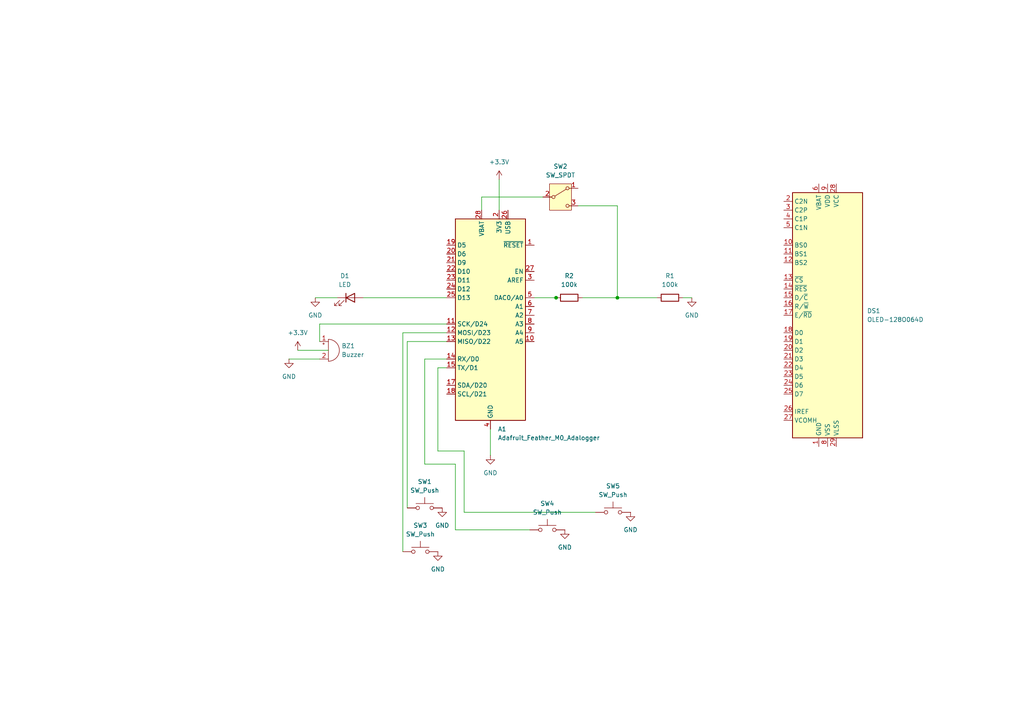
<source format=kicad_sch>
(kicad_sch (version 20250114) (generator "eeschema") (generator_version "9.0")
  (paper "A4")
  (lib_symbols
    (symbol "Device:Buzzer" (pin_names (offset 0.0254) (hide yes))
      (property "Reference" "BZ" (at 3.81 1.27 0))
      (property "Value" "Buzzer" (at 3.81 -1.27 0))
      (symbol "Buzzer_0_1"
        (polyline (pts (xy -1.651 1.905) (xy -1.143 1.905)))
        (polyline (pts (xy -1.397 2.159) (xy -1.397 1.651)))
        (arc (start 0 3.175) (mid 3.1612 0) (end 0 -3.175))
        (polyline (pts (xy 0 3.175) (xy 0 -3.175)))
      )
      (symbol "Buzzer_1_1"
        (pin passive line (at -2.54 2.54 0) (length 2.54) (name "+") (number "1"))
        (pin passive line (at -2.54 -2.54 0) (length 2.54) (name "-") (number "2"))
      )
    )
    (symbol "Device:LED" (pin_numbers (hide yes)) (pin_names (offset 1.016) (hide yes))
      (property "Reference" "D" (at 0 2.54 0))
      (property "Value" "LED" (at 0 -2.54 0))
      (symbol "LED_0_1"
        (polyline (pts (xy -3.048 -0.762) (xy -4.572 -2.286) (xy -3.81 -2.286) (xy -4.572 -2.286) (xy -4.572 -1.524)))
        (polyline (pts (xy -1.778 -0.762) (xy -3.302 -2.286) (xy -2.54 -2.286) (xy -3.302 -2.286) (xy -3.302 -1.524)))
        (polyline (pts (xy -1.27 0) (xy 1.27 0)))
        (polyline (pts (xy -1.27 -1.27) (xy -1.27 1.27)) (stroke (width 0.254)))
        (polyline (pts (xy 1.27 -1.27) (xy 1.27 1.27) (xy -1.27 0) (xy 1.27 -1.27)) (stroke (width 0.254)))
      )
      (symbol "LED_1_1"
        (pin passive line (at -3.81 0 0) (length 2.54) (name "K") (number "1"))
        (pin passive line (at 3.81 0 180) (length 2.54) (name "A") (number "2"))
      )
    )
    (symbol "Device:R" (pin_numbers (hide yes)) (pin_names (offset 0))
      (property "Reference" "R" (at 2.032 0 90))
      (property "Value" "R" (at 0 0 90))
      (symbol "R_0_1"
        (rectangle (start -1.016 -2.54) (end 1.016 2.54) (stroke (width 0.254)))
      )
      (symbol "R_1_1"
        (pin passive line (at 0 3.81 270) (length 1.27) (name "~") (number "1"))
        (pin passive line (at 0 -3.81 90) (length 1.27) (name "~") (number "2"))
      )
    )
    (symbol "Display_Graphic:OLED-128O064D"
      (property "Reference" "DS" (at -10.16 38.1 0))
      (property "Value" "OLED-128O064D" (at 12.7 38.1 0))
      (symbol "OLED-128O064D_0_1"
        (rectangle (start -10.16 35.56) (end 10.16 -35.56) (stroke (width 0.254)) (fill (type background)))
      )
      (symbol "OLED-128O064D_1_1"
        (pin passive line (at -12.7 33.02 0) (length 2.54) (name "C2N") (number "2"))
        (pin passive line (at -12.7 30.48 0) (length 2.54) (name "C2P") (number "3"))
        (pin passive line (at -12.7 27.94 0) (length 2.54) (name "C1P") (number "4"))
        (pin passive line (at -12.7 25.4 0) (length 2.54) (name "C1N") (number "5"))
        (pin input line (at -12.7 20.32 0) (length 2.54) (name "BS0") (number "10"))
        (pin input line (at -12.7 17.78 0) (length 2.54) (name "BS1") (number "11"))
        (pin input line (at -12.7 15.24 0) (length 2.54) (name "BS2") (number "12"))
        (pin input line (at -12.7 10.16 0) (length 2.54) (name "~{CS}") (number "13"))
        (pin input line (at -12.7 7.62 0) (length 2.54) (name "~{RES}") (number "14"))
        (pin input line (at -12.7 5.08 0) (length 2.54) (name "D/~{C}") (number "15"))
        (pin input line (at -12.7 2.54 0) (length 2.54) (name "R/~{W}") (number "16"))
        (pin input line (at -12.7 0 0) (length 2.54) (name "E/~{RD}") (number "17"))
        (pin bidirectional line (at -12.7 -5.08 0) (length 2.54) (name "D0") (number "18"))
        (pin bidirectional line (at -12.7 -7.62 0) (length 2.54) (name "D1") (number "19"))
        (pin bidirectional line (at -12.7 -10.16 0) (length 2.54) (name "D2") (number "20"))
        (pin bidirectional line (at -12.7 -12.7 0) (length 2.54) (name "D3") (number "21"))
        (pin bidirectional line (at -12.7 -15.24 0) (length 2.54) (name "D4") (number "22"))
        (pin bidirectional line (at -12.7 -17.78 0) (length 2.54) (name "D5") (number "23"))
        (pin bidirectional line (at -12.7 -20.32 0) (length 2.54) (name "D6") (number "24"))
        (pin bidirectional line (at -12.7 -22.86 0) (length 2.54) (name "D7") (number "25"))
        (pin passive line (at -12.7 -27.94 0) (length 2.54) (name "IREF") (number "26"))
        (pin passive line (at -12.7 -30.48 0) (length 2.54) (name "VCOMH") (number "27"))
        (pin power_in line (at -2.54 38.1 270) (length 2.54) (name "VBAT") (number "6"))
        (pin power_in line (at -2.54 -38.1 90) (length 2.54) (name "GND") (number "1"))
        (pin passive line (at -2.54 -38.1 90) (length 2.54) (hide yes) (name "GND") (number "30"))
        (pin power_in line (at 0 38.1 270) (length 2.54) (name "VDD") (number "9"))
        (pin power_in line (at 0 -38.1 90) (length 2.54) (name "VSS") (number "8"))
        (pin power_in line (at 2.54 38.1 270) (length 2.54) (name "VCC") (number "28"))
        (pin power_in line (at 2.54 -38.1 90) (length 2.54) (name "VLSS") (number "29"))
        (pin no_connect line (at 10.16 0 180) (length 2.54) (hide yes) (name "NC") (number "7"))
      )
    )
    (symbol "MCU_Module:Adafruit_Feather_M0_Adalogger"
      (property "Reference" "A" (at -10.16 29.21 0))
      (property "Value" "Adafruit_Feather_M0_Adalogger" (at 2.54 -31.75 0))
      (symbol "Adafruit_Feather_M0_Adalogger_0_1"
        (rectangle (start -10.16 27.94) (end 10.16 -30.48) (stroke (width 0.254)) (fill (type background)))
      )
      (symbol "Adafruit_Feather_M0_Adalogger_1_1"
        (pin bidirectional line (at -12.7 20.32 0) (length 2.54) (name "D5") (number "19"))
        (pin bidirectional line (at -12.7 17.78 0) (length 2.54) (name "D6") (number "20"))
        (pin bidirectional line (at -12.7 15.24 0) (length 2.54) (name "D9") (number "21"))
        (pin bidirectional line (at -12.7 12.7 0) (length 2.54) (name "D10") (number "22"))
        (pin bidirectional line (at -12.7 10.16 0) (length 2.54) (name "D11") (number "23"))
        (pin bidirectional line (at -12.7 7.62 0) (length 2.54) (name "D12") (number "24"))
        (pin bidirectional line (at -12.7 5.08 0) (length 2.54) (name "D13") (number "25"))
        (pin bidirectional line (at -12.7 -2.54 0) (length 2.54) (name "SCK/D24") (number "11"))
        (pin bidirectional line (at -12.7 -5.08 0) (length 2.54) (name "MOSI/D23") (number "12"))
        (pin bidirectional line (at -12.7 -7.62 0) (length 2.54) (name "MISO/D22") (number "13"))
        (pin bidirectional line (at -12.7 -12.7 0) (length 2.54) (name "RX/D0") (number "14"))
        (pin bidirectional line (at -12.7 -15.24 0) (length 2.54) (name "TX/D1") (number "15"))
        (pin bidirectional line (at -12.7 -20.32 0) (length 2.54) (name "SDA/D20") (number "17"))
        (pin bidirectional line (at -12.7 -22.86 0) (length 2.54) (name "SCL/D21") (number "18"))
        (pin power_in line (at -2.54 30.48 270) (length 2.54) (name "VBAT") (number "28"))
        (pin passive line (at 0 -33.02 90) (length 2.54) (hide yes) (name "GND") (number "16"))
        (pin power_in line (at 0 -33.02 90) (length 2.54) (name "GND") (number "4"))
        (pin power_in line (at 2.54 30.48 270) (length 2.54) (name "3V3") (number "2"))
        (pin power_in line (at 5.08 30.48 270) (length 2.54) (name "USB") (number "26"))
        (pin input line (at 12.7 20.32 180) (length 2.54) (name "~{RESET}") (number "1"))
        (pin input line (at 12.7 12.7 180) (length 2.54) (name "EN") (number "27"))
        (pin input line (at 12.7 10.16 180) (length 2.54) (name "AREF") (number "3"))
        (pin bidirectional line (at 12.7 5.08 180) (length 2.54) (name "DAC0/A0") (number "5"))
        (pin bidirectional line (at 12.7 2.54 180) (length 2.54) (name "A1") (number "6"))
        (pin bidirectional line (at 12.7 0 180) (length 2.54) (name "A2") (number "7"))
        (pin bidirectional line (at 12.7 -2.54 180) (length 2.54) (name "A3") (number "8"))
        (pin bidirectional line (at 12.7 -5.08 180) (length 2.54) (name "A4") (number "9"))
        (pin bidirectional line (at 12.7 -7.62 180) (length 2.54) (name "A5") (number "10"))
      )
    )
    (symbol "Switch:SW_Push" (pin_numbers (hide yes)) (pin_names (offset 1.016) (hide yes))
      (property "Reference" "SW" (at 1.27 2.54 0))
      (property "Value" "SW_Push" (at 0 -1.524 0))
      (symbol "SW_Push_0_1"
        (circle (center -2.032 0) (radius 0.508))
        (polyline (pts (xy 0 1.27) (xy 0 3.048)))
        (circle (center 2.032 0) (radius 0.508))
        (polyline (pts (xy 2.54 1.27) (xy -2.54 1.27)))
        (pin passive line (at -5.08 0 0) (length 2.54) (name "1") (number "1"))
        (pin passive line (at 5.08 0 180) (length 2.54) (name "2") (number "2"))
      )
    )
    (symbol "Switch:SW_SPDT" (pin_names (offset 0) (hide yes))
      (property "Reference" "SW" (at 0 5.08 0))
      (property "Value" "SW_SPDT" (at 0 -5.08 0))
      (symbol "SW_SPDT_0_1"
        (circle (center -2.032 0) (radius 0.4572))
        (polyline (pts (xy -1.651 0.254) (xy 1.651 2.286)))
        (circle (center 2.032 2.54) (radius 0.4572))
        (circle (center 2.032 -2.54) (radius 0.4572))
      )
      (symbol "SW_SPDT_1_1"
        (rectangle (start -3.175 3.81) (end 3.175 -3.81) (fill (type background)))
        (pin passive line (at -5.08 0 0) (length 2.54) (name "B") (number "2"))
        (pin passive line (at 5.08 2.54 180) (length 2.54) (name "A") (number "1"))
        (pin passive line (at 5.08 -2.54 180) (length 2.54) (name "C") (number "3"))
      )
    )
    (symbol "power:+3.3V" (power) (pin_numbers (hide yes)) (pin_names (offset 0) (hide yes))
      (property "Value" "+3.3V" (at 0 3.556 0))
      (symbol "+3.3V_0_1"
        (polyline (pts (xy -0.762 1.27) (xy 0 2.54)))
        (polyline (pts (xy 0 2.54) (xy 0.762 1.27)))
        (polyline (pts (xy 0 0) (xy 0 2.54)))
      )
      (symbol "+3.3V_1_1"
        (pin power_in line (at 0 0 90) (length 0) (name "~") (number "1"))
      )
    )
    (symbol "power:GND" (power) (pin_numbers (hide yes)) (pin_names (offset 0) (hide yes))
      (property "Value" "GND" (at 0 -3.81 0))
      (symbol "GND_0_1"
        (polyline (pts (xy 0 0) (xy 0 -1.27) (xy 1.27 -1.27) (xy 0 -2.54) (xy -1.27 -1.27) (xy 0 -1.27)))
      )
      (symbol "GND_1_1"
        (pin power_in line (at 0 0 270) (length 0) (name "~") (number "1"))
      )
    )
  )
  (junction (at 179.07 86.36))
  (junction (at 161.29 86.36))
  (wire (pts (xy 190.5 86.36) (xy 179.07 86.36)))
  (wire (pts (xy 116.84 96.52) (xy 129.54 96.52)))
  (wire (pts (xy 83.82 104.14) (xy 92.71 104.14)))
  (wire (pts (xy 118.11 147.32) (xy 118.11 99.06)))
  (wire (pts (xy 179.07 86.36) (xy 179.07 59.69)))
  (wire (pts (xy 118.11 99.06) (xy 129.54 99.06)))
  (wire (pts (xy 153.67 153.67) (xy 132.08 153.67)))
  (wire (pts (xy 172.72 148.59) (xy 134.62 148.59)))
  (wire (pts (xy 86.36 101.6) (xy 95.25 101.6)))
  (wire (pts (xy 92.71 93.98) (xy 92.71 99.06)))
  (wire (pts (xy 132.08 153.67) (xy 132.08 134.62)))
  (wire (pts (xy 123.19 104.14) (xy 129.54 104.14)))
  (wire (pts (xy 134.62 130.81) (xy 127 130.81)))
  (wire (pts (xy 91.44 86.36) (xy 97.79 86.36)))
  (wire (pts (xy 129.54 93.98) (xy 92.71 93.98)))
  (wire (pts (xy 134.62 148.59) (xy 134.62 130.81)))
  (wire (pts (xy 127 130.81) (xy 127 106.68)))
  (wire (pts (xy 142.24 124.46) (xy 142.24 132.08)))
  (wire (pts (xy 167.64 59.69) (xy 179.07 59.69)))
  (wire (pts (xy 168.91 86.36) (xy 179.07 86.36)))
  (wire (pts (xy 116.84 160.02) (xy 116.84 96.52)))
  (wire (pts (xy 157.48 57.15) (xy 139.7 57.15)))
  (wire (pts (xy 123.19 134.62) (xy 123.19 104.14)))
  (wire (pts (xy 200.66 86.36) (xy 198.12 86.36)))
  (wire (pts (xy 139.7 57.15) (xy 139.7 60.96)))
  (wire (pts (xy 132.08 134.62) (xy 123.19 134.62)))
  (wire (pts (xy 144.78 52.07) (xy 144.78 60.96)))
  (wire (pts (xy 161.29 86.36) (xy 162.56 86.36)))
  (wire (pts (xy 154.94 86.36) (xy 161.29 86.36)))
  (wire (pts (xy 105.41 86.36) (xy 129.54 86.36)))
  (wire (pts (xy 127 106.68) (xy 129.54 106.68)))
  (symbol (lib_id "power:GND") (at 83.82 104.14 0) (unit 1)
    (property "Reference" "#PWR04" (effects (hide yes)))
    (property "Value" "GND" (at 83.82 109.22 0))
    (property "Description" "Power symbol creates a global label with name \"GND\" , ground" (effects (hide yes)))
  )
  (symbol (lib_id "Switch:SW_Push") (at 177.8 148.59 0) (unit 1)
    (property "Reference" "SW5" (at 177.8 140.97 0))
    (property "Value" "SW_Push" (at 177.8 143.51 0))
    (property "Description" "Push button switch, generic, two pins" (effects (hide yes)))
  )
  (symbol (lib_id "MCU_Module:Adafruit_Feather_M0_Adalogger") (at 142.24 91.44 0) (unit 1)
    (property "Reference" "A1" (at 144.3833 124.46 0) (effects (justify left)))
    (property "Value" "Adafruit_Feather_M0_Adalogger" (at 144.3833 127 0) (effects (justify left)))
    (property "Footprint" "Module:Adafruit_Feather" (effects (hide yes)))
    (property "Datasheet" "https://cdn-learn.adafruit.com/downloads/pdf/adafruit-feather-m0-adalogger.pdf" (effects (hide yes)))
    (property "Description" "Microcontroller module with SAMD21 Cortex-M0 MCU and SD card reader" (effects (hide yes)))
  )
  (symbol (lib_id "Device:R") (at 165.1 86.36 270) (unit 1)
    (property "Reference" "R2" (at 165.1 80.01 90))
    (property "Value" "100k" (at 165.1 82.55 90))
    (property "Description" "Resistor" (effects (hide yes)))
  )
  (symbol (lib_id "power:GND") (at 127 160.02 0) (unit 1)
    (property "Reference" "#PWR011" (effects (hide yes)))
    (property "Value" "GND" (at 127 165.1 0))
    (property "Description" "Power symbol creates a global label with name \"GND\" , ground" (effects (hide yes)))
  )
  (symbol (lib_id "power:GND") (at 91.44 86.36 0) (unit 1)
    (property "Reference" "#PWR03" (effects (hide yes)))
    (property "Value" "GND" (at 91.44 91.44 0))
    (property "Description" "Power symbol creates a global label with name \"GND\" , ground" (effects (hide yes)))
  )
  (symbol (lib_id "power:GND") (at 182.88 148.59 0) (unit 1)
    (property "Reference" "#PWR09" (effects (hide yes)))
    (property "Value" "GND" (at 182.88 153.67 0))
    (property "Description" "Power symbol creates a global label with name \"GND\" , ground" (effects (hide yes)))
  )
  (symbol (lib_id "Display_Graphic:OLED-128O064D") (at 240.03 91.44 0) (unit 1)
    (property "Reference" "DS1" (at 251.46 90.1699 0) (effects (justify left)))
    (property "Value" "OLED-128O064D" (at 251.46 92.7099 0) (effects (justify left)))
    (property "Footprint" "Display:OLED-128O064D" (effects (hide yes)))
    (property "Datasheet" "https://www.vishay.com/docs/37902/oled128o064dbpp3n00000.pdf" (effects (hide yes)))
    (property "Description" "OLED display 128x64" (effects (hide yes)))
  )
  (symbol (lib_id "power:GND") (at 128.27 147.32 0) (unit 1)
    (property "Reference" "#PWR010" (effects (hide yes)))
    (property "Value" "GND" (at 128.27 152.4 0))
    (property "Description" "Power symbol creates a global label with name \"GND\" , ground" (effects (hide yes)))
  )
  (symbol (lib_id "Switch:SW_SPDT") (at 162.56 57.15 0) (unit 1)
    (property "Reference" "SW2" (at 162.56 48.26 0))
    (property "Value" "SW_SPDT" (at 162.56 50.8 0))
    (property "Description" "Switch, single pole double throw" (effects (hide yes)))
  )
  (symbol (lib_id "power:GND") (at 142.24 132.08 0) (unit 1)
    (property "Reference" "#PWR06" (effects (hide yes)))
    (property "Value" "GND" (at 142.24 137.16 0))
    (property "Description" "Power symbol creates a global label with name \"GND\" , ground" (effects (hide yes)))
  )
  (symbol (lib_id "power:+3.3V") (at 86.36 101.6 0) (unit 1)
    (property "Reference" "#PWR05" (effects (hide yes)))
    (property "Value" "+3.3V" (at 86.36 96.52 0))
    (property "Description" "Power symbol creates a global label with name \"+3.3V\"" (effects (hide yes)))
  )
  (symbol (lib_id "Device:R") (at 194.31 86.36 270) (unit 1)
    (property "Reference" "R1" (at 194.31 80.01 90))
    (property "Value" "100k" (at 194.31 82.55 90))
    (property "Description" "Resistor" (effects (hide yes)))
  )
  (symbol (lib_id "power:+3.3V") (at 144.78 52.07 0) (unit 1)
    (property "Reference" "#PWR01" (effects (hide yes)))
    (property "Value" "+3.3V" (at 144.78 46.99 0))
    (property "Description" "Power symbol creates a global label with name \"+3.3V\"" (effects (hide yes)))
  )
  (symbol (lib_id "Device:Buzzer") (at 95.25 101.6 0) (unit 1)
    (property "Reference" "BZ1" (at 99.06 100.3299 0) (effects (justify left)))
    (property "Value" "Buzzer" (at 99.06 102.8699 0) (effects (justify left)))
    (property "Description" "Buzzer, polarized" (effects (hide yes)))
  )
  (symbol (lib_id "power:GND") (at 163.83 153.67 0) (unit 1)
    (property "Reference" "#PWR08" (effects (hide yes)))
    (property "Value" "GND" (at 163.83 158.75 0))
    (property "Description" "Power symbol creates a global label with name \"GND\" , ground" (effects (hide yes)))
  )
  (symbol (lib_id "power:GND") (at 200.66 86.36 0) (unit 1)
    (property "Reference" "#PWR07" (effects (hide yes)))
    (property "Value" "GND" (at 200.66 91.44 0))
    (property "Description" "Power symbol creates a global label with name \"GND\" , ground" (effects (hide yes)))
  )
  (symbol (lib_id "Switch:SW_Push") (at 121.92 160.02 0) (unit 1)
    (property "Reference" "SW3" (at 121.92 152.4 0))
    (property "Value" "SW_Push" (at 121.92 154.94 0))
    (property "Description" "Push button switch, generic, two pins" (effects (hide yes)))
  )
  (symbol (lib_id "Device:LED") (at 101.6 86.36 0) (unit 1)
    (property "Reference" "D1" (at 100.0125 80.01 0))
    (property "Value" "LED" (at 100.0125 82.55 0))
    (property "Description" "Light emitting diode" (effects (hide yes)))
    (property "Sim.Pins" "1=K 2=A" (effects (hide yes)))
  )
  (symbol (lib_id "Switch:SW_Push") (at 158.75 153.67 0) (unit 1)
    (property "Reference" "SW4" (at 158.75 146.05 0))
    (property "Value" "SW_Push" (at 158.75 148.59 0))
    (property "Description" "Push button switch, generic, two pins" (effects (hide yes)))
  )
  (symbol (lib_id "Switch:SW_Push") (at 123.19 147.32 0) (unit 1)
    (property "Reference" "SW1" (at 123.19 139.7 0))
    (property "Value" "SW_Push" (at 123.19 142.24 0))
    (property "Description" "Push button switch, generic, two pins" (effects (hide yes)))
  )
)
</source>
